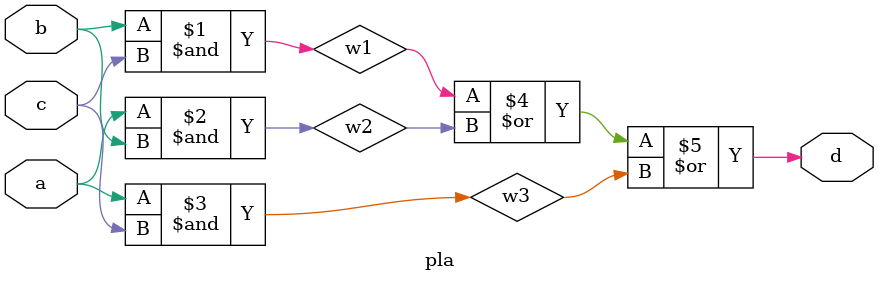
<source format=v>
`timescale 1ns / 1ps
module pla(
	 input a,
    input b,
    input c,
    output d
    );
	 wire w1 , w2 , w3;
	 and (w1,b,c);
	 and (w2,a,b);
	 and (w3,a,c);
	 or(d,w1,w2,w3);

endmodule

</source>
